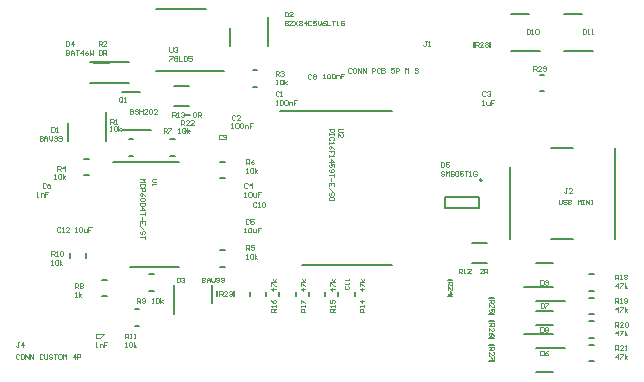
<source format=gto>
%FSLAX44Y44*%
%MOMM*%
G71*
G01*
G75*
G04 Layer_Color=65535*
G04:AMPARAMS|DCode=10|XSize=1.05mm|YSize=0.65mm|CornerRadius=0.2015mm|HoleSize=0mm|Usage=FLASHONLY|Rotation=180.000|XOffset=0mm|YOffset=0mm|HoleType=Round|Shape=RoundedRectangle|*
%AMROUNDEDRECTD10*
21,1,1.0500,0.2470,0,0,180.0*
21,1,0.6470,0.6500,0,0,180.0*
1,1,0.4030,-0.3235,0.1235*
1,1,0.4030,0.3235,0.1235*
1,1,0.4030,0.3235,-0.1235*
1,1,0.4030,-0.3235,-0.1235*
%
%ADD10ROUNDEDRECTD10*%
G04:AMPARAMS|DCode=11|XSize=1.45mm|YSize=0.95mm|CornerRadius=0.1995mm|HoleSize=0mm|Usage=FLASHONLY|Rotation=90.000|XOffset=0mm|YOffset=0mm|HoleType=Round|Shape=RoundedRectangle|*
%AMROUNDEDRECTD11*
21,1,1.4500,0.5510,0,0,90.0*
21,1,1.0510,0.9500,0,0,90.0*
1,1,0.3990,0.2755,0.5255*
1,1,0.3990,0.2755,-0.5255*
1,1,0.3990,-0.2755,-0.5255*
1,1,0.3990,-0.2755,0.5255*
%
%ADD11ROUNDEDRECTD11*%
G04:AMPARAMS|DCode=12|XSize=1.45mm|YSize=1.15mm|CornerRadius=0.2013mm|HoleSize=0mm|Usage=FLASHONLY|Rotation=270.000|XOffset=0mm|YOffset=0mm|HoleType=Round|Shape=RoundedRectangle|*
%AMROUNDEDRECTD12*
21,1,1.4500,0.7475,0,0,270.0*
21,1,1.0475,1.1500,0,0,270.0*
1,1,0.4025,-0.3738,-0.5238*
1,1,0.4025,-0.3738,0.5238*
1,1,0.4025,0.3738,0.5238*
1,1,0.4025,0.3738,-0.5238*
%
%ADD12ROUNDEDRECTD12*%
G04:AMPARAMS|DCode=13|XSize=1.45mm|YSize=0.95mm|CornerRadius=0.1995mm|HoleSize=0mm|Usage=FLASHONLY|Rotation=0.000|XOffset=0mm|YOffset=0mm|HoleType=Round|Shape=RoundedRectangle|*
%AMROUNDEDRECTD13*
21,1,1.4500,0.5510,0,0,0.0*
21,1,1.0510,0.9500,0,0,0.0*
1,1,0.3990,0.5255,-0.2755*
1,1,0.3990,-0.5255,-0.2755*
1,1,0.3990,-0.5255,0.2755*
1,1,0.3990,0.5255,0.2755*
%
%ADD13ROUNDEDRECTD13*%
G04:AMPARAMS|DCode=14|XSize=1.1mm|YSize=0.7mm|CornerRadius=0.2345mm|HoleSize=0mm|Usage=FLASHONLY|Rotation=270.000|XOffset=0mm|YOffset=0mm|HoleType=Round|Shape=RoundedRectangle|*
%AMROUNDEDRECTD14*
21,1,1.1000,0.2310,0,0,270.0*
21,1,0.6310,0.7000,0,0,270.0*
1,1,0.4690,-0.1155,-0.3155*
1,1,0.4690,-0.1155,0.3155*
1,1,0.4690,0.1155,0.3155*
1,1,0.4690,0.1155,-0.3155*
%
%ADD14ROUNDEDRECTD14*%
G04:AMPARAMS|DCode=15|XSize=1.1mm|YSize=0.6mm|CornerRadius=0.201mm|HoleSize=0mm|Usage=FLASHONLY|Rotation=270.000|XOffset=0mm|YOffset=0mm|HoleType=Round|Shape=RoundedRectangle|*
%AMROUNDEDRECTD15*
21,1,1.1000,0.1980,0,0,270.0*
21,1,0.6980,0.6000,0,0,270.0*
1,1,0.4020,-0.0990,-0.3490*
1,1,0.4020,-0.0990,0.3490*
1,1,0.4020,0.0990,0.3490*
1,1,0.4020,0.0990,-0.3490*
%
%ADD15ROUNDEDRECTD15*%
G04:AMPARAMS|DCode=16|XSize=2.3mm|YSize=0.5mm|CornerRadius=0.2mm|HoleSize=0mm|Usage=FLASHONLY|Rotation=180.000|XOffset=0mm|YOffset=0mm|HoleType=Round|Shape=RoundedRectangle|*
%AMROUNDEDRECTD16*
21,1,2.3000,0.1000,0,0,180.0*
21,1,1.9000,0.5000,0,0,180.0*
1,1,0.4000,-0.9500,0.0500*
1,1,0.4000,0.9500,0.0500*
1,1,0.4000,0.9500,-0.0500*
1,1,0.4000,-0.9500,-0.0500*
%
%ADD16ROUNDEDRECTD16*%
G04:AMPARAMS|DCode=17|XSize=2.5mm|YSize=2mm|CornerRadius=0.2mm|HoleSize=0mm|Usage=FLASHONLY|Rotation=180.000|XOffset=0mm|YOffset=0mm|HoleType=Round|Shape=RoundedRectangle|*
%AMROUNDEDRECTD17*
21,1,2.5000,1.6000,0,0,180.0*
21,1,2.1000,2.0000,0,0,180.0*
1,1,0.4000,-1.0500,0.8000*
1,1,0.4000,1.0500,0.8000*
1,1,0.4000,1.0500,-0.8000*
1,1,0.4000,-1.0500,-0.8000*
%
%ADD17ROUNDEDRECTD17*%
G04:AMPARAMS|DCode=18|XSize=1.45mm|YSize=1.15mm|CornerRadius=0.2013mm|HoleSize=0mm|Usage=FLASHONLY|Rotation=0.000|XOffset=0mm|YOffset=0mm|HoleType=Round|Shape=RoundedRectangle|*
%AMROUNDEDRECTD18*
21,1,1.4500,0.7475,0,0,0.0*
21,1,1.0475,1.1500,0,0,0.0*
1,1,0.4025,0.5238,-0.3738*
1,1,0.4025,-0.5238,-0.3738*
1,1,0.4025,-0.5238,0.3738*
1,1,0.4025,0.5238,0.3738*
%
%ADD18ROUNDEDRECTD18*%
G04:AMPARAMS|DCode=19|XSize=1.75mm|YSize=1.05mm|CornerRadius=0.1995mm|HoleSize=0mm|Usage=FLASHONLY|Rotation=270.000|XOffset=0mm|YOffset=0mm|HoleType=Round|Shape=RoundedRectangle|*
%AMROUNDEDRECTD19*
21,1,1.7500,0.6510,0,0,270.0*
21,1,1.3510,1.0500,0,0,270.0*
1,1,0.3990,-0.3255,-0.6755*
1,1,0.3990,-0.3255,0.6755*
1,1,0.3990,0.3255,0.6755*
1,1,0.3990,0.3255,-0.6755*
%
%ADD19ROUNDEDRECTD19*%
G04:AMPARAMS|DCode=20|XSize=1.05mm|YSize=0.65mm|CornerRadius=0.2015mm|HoleSize=0mm|Usage=FLASHONLY|Rotation=90.000|XOffset=0mm|YOffset=0mm|HoleType=Round|Shape=RoundedRectangle|*
%AMROUNDEDRECTD20*
21,1,1.0500,0.2470,0,0,90.0*
21,1,0.6470,0.6500,0,0,90.0*
1,1,0.4030,0.1235,0.3235*
1,1,0.4030,0.1235,-0.3235*
1,1,0.4030,-0.1235,-0.3235*
1,1,0.4030,-0.1235,0.3235*
%
%ADD20ROUNDEDRECTD20*%
%ADD21O,1.5500X0.6000*%
G04:AMPARAMS|DCode=22|XSize=1.25mm|YSize=0.6mm|CornerRadius=0.201mm|HoleSize=0mm|Usage=FLASHONLY|Rotation=180.000|XOffset=0mm|YOffset=0mm|HoleType=Round|Shape=RoundedRectangle|*
%AMROUNDEDRECTD22*
21,1,1.2500,0.1980,0,0,180.0*
21,1,0.8480,0.6000,0,0,180.0*
1,1,0.4020,-0.4240,0.0990*
1,1,0.4020,0.4240,0.0990*
1,1,0.4020,0.4240,-0.0990*
1,1,0.4020,-0.4240,-0.0990*
%
%ADD22ROUNDEDRECTD22*%
G04:AMPARAMS|DCode=23|XSize=1mm|YSize=0.75mm|CornerRadius=0.1988mm|HoleSize=0mm|Usage=FLASHONLY|Rotation=180.000|XOffset=0mm|YOffset=0mm|HoleType=Round|Shape=RoundedRectangle|*
%AMROUNDEDRECTD23*
21,1,1.0000,0.3525,0,0,180.0*
21,1,0.6025,0.7500,0,0,180.0*
1,1,0.3975,-0.3013,0.1762*
1,1,0.3975,0.3013,0.1762*
1,1,0.3975,0.3013,-0.1762*
1,1,0.3975,-0.3013,-0.1762*
%
%ADD23ROUNDEDRECTD23*%
%ADD24O,2.0000X0.6000*%
%ADD25C,0.5000*%
%ADD26C,0.2500*%
%ADD27C,0.4000*%
%ADD28C,0.3000*%
%ADD29C,2.8000*%
%ADD30C,0.5000*%
%ADD31C,1.8500*%
G04:AMPARAMS|DCode=32|XSize=1.85mm|YSize=1.85mm|CornerRadius=0.2035mm|HoleSize=0mm|Usage=FLASHONLY|Rotation=0.000|XOffset=0mm|YOffset=0mm|HoleType=Round|Shape=RoundedRectangle|*
%AMROUNDEDRECTD32*
21,1,1.8500,1.4430,0,0,0.0*
21,1,1.4430,1.8500,0,0,0.0*
1,1,0.4070,0.7215,-0.7215*
1,1,0.4070,-0.7215,-0.7215*
1,1,0.4070,-0.7215,0.7215*
1,1,0.4070,0.7215,0.7215*
%
%ADD32ROUNDEDRECTD32*%
%ADD33C,2.6500*%
%ADD34C,1.3000*%
%ADD35R,1.3000X1.3000*%
%ADD36C,1.0000*%
%ADD37C,0.1500*%
%ADD38C,0.2000*%
%ADD39C,0.1000*%
G36*
X402148Y172648D02*
X402624Y171500D01*
X402148Y170352D01*
X401000Y169876D01*
X399852Y170352D01*
X399376Y171500D01*
X399852Y172648D01*
X401000Y173124D01*
X402148Y172648D01*
D02*
G37*
D37*
X471500Y280500D02*
X496000D01*
X471500Y312500D02*
X486500D01*
X451000Y246500D02*
X455000D01*
X451000Y260500D02*
X455000D01*
X426500Y280500D02*
X451000D01*
X426500Y312500D02*
X441500D01*
X395000Y284500D02*
Y288500D01*
X409000Y284500D02*
Y288500D01*
X493000Y92000D02*
X497000D01*
X493000Y78000D02*
X497000D01*
X493000Y72000D02*
X497000D01*
X493000Y58000D02*
X497000D01*
X493000Y52000D02*
X497000D01*
X493000Y38000D02*
X497000D01*
X493000Y32000D02*
X497000D01*
X493000Y18000D02*
X497000D01*
X426000Y121500D02*
Y182500D01*
X514500Y121500D02*
Y198500D01*
X460500D02*
X479500D01*
X460500Y121500D02*
X479500D01*
X393500Y101500D02*
X406500D01*
X393500Y118500D02*
X406500D01*
X173500Y67500D02*
Y82500D01*
X141500Y58000D02*
Y82500D01*
X108000Y48000D02*
X112000D01*
X108000Y62000D02*
X112000D01*
X80500Y73000D02*
X84500D01*
X80500Y87000D02*
X84500D01*
X126500Y316000D02*
X168500D01*
X126500Y264000D02*
X183500D01*
X90000Y187000D02*
X145500D01*
X104500Y98000D02*
X145500D01*
X120500Y92000D02*
X124500D01*
X120500Y78000D02*
X124500D01*
X103000Y192000D02*
X107000D01*
X103000Y206000D02*
X107000D01*
X97500Y246000D02*
X112500D01*
X97500Y214000D02*
X121500D01*
X180500Y187000D02*
X184500D01*
X180500Y173000D02*
X184500D01*
X180500Y112000D02*
X184500D01*
X180500Y98000D02*
X184500D01*
X219500Y73000D02*
Y77000D01*
X205500Y73000D02*
Y77000D01*
X53000Y105500D02*
Y109500D01*
X67000Y105500D02*
Y109500D01*
X65500Y175500D02*
X69500D01*
X65500Y189500D02*
X69500D01*
X51500Y205000D02*
Y220000D01*
X83500Y205000D02*
Y229500D01*
X73500Y254000D02*
X86500D01*
X73500Y271000D02*
X86500D01*
X70000Y271496D02*
X103500D01*
X70000Y253504D02*
X103500D01*
X138000Y206000D02*
X142000D01*
X138000Y192000D02*
X142000D01*
X141000Y234000D02*
X154000D01*
X141000Y251000D02*
X154000D01*
X221000Y285000D02*
Y309500D01*
X189000Y285000D02*
Y300000D01*
X208000Y250500D02*
X212000D01*
X208000Y264500D02*
X212000D01*
X249500Y100000D02*
X325500D01*
X231000Y230000D02*
X325500D01*
X244500Y73000D02*
Y77000D01*
X230500Y73000D02*
Y77000D01*
X269500Y73000D02*
Y77000D01*
X255500Y73000D02*
Y77000D01*
X294500Y73000D02*
Y77000D01*
X280500Y73000D02*
Y77000D01*
X447500Y49000D02*
X462500D01*
X438000Y81000D02*
X462500D01*
X447500Y9000D02*
X462500D01*
X438000Y41000D02*
X462500D01*
X447500Y101000D02*
X462500D01*
X447500Y69000D02*
X472000D01*
X447500Y61000D02*
X462500D01*
X447500Y29000D02*
X472000D01*
X373000Y87000D02*
X377000D01*
X373000Y73000D02*
X377000D01*
X408000Y72000D02*
X412000D01*
X408000Y58000D02*
X412000D01*
X408000Y52000D02*
X412000D01*
X408000Y38000D02*
X412000D01*
X408000Y32000D02*
X412000D01*
X408000Y18000D02*
X412000D01*
X150500Y227000D02*
X154500D01*
X150500Y213000D02*
X154500D01*
X178000Y73500D02*
Y77500D01*
X192000Y73500D02*
Y77500D01*
D38*
X370500Y156750D02*
X399500D01*
Y148250D02*
Y156750D01*
X370500Y148250D02*
X399500D01*
X370500D02*
Y156750D01*
D39*
X487500Y299499D02*
Y295500D01*
X489499D01*
X490166Y296166D01*
Y298832D01*
X489499Y299499D01*
X487500D01*
X491499Y295500D02*
X492832D01*
X492165D01*
Y299499D01*
X491499Y298832D01*
X494831Y295500D02*
X496164D01*
X495497D01*
Y299499D01*
X494831Y298832D01*
X445604Y264035D02*
Y268033D01*
X447603D01*
X448270Y267367D01*
Y266034D01*
X447603Y265367D01*
X445604D01*
X446937D02*
X448270Y264035D01*
X452268D02*
X449603D01*
X452268Y266700D01*
Y267367D01*
X451602Y268033D01*
X450269D01*
X449603Y267367D01*
X453601Y264701D02*
X454268Y264035D01*
X455601D01*
X456267Y264701D01*
Y267367D01*
X455601Y268033D01*
X454268D01*
X453601Y267367D01*
Y266700D01*
X454268Y266034D01*
X456267D01*
X286395Y81919D02*
X285728Y81252D01*
Y79919D01*
X286395Y79253D01*
X289061D01*
X289727Y79919D01*
Y81252D01*
X289061Y81919D01*
X289727Y83252D02*
Y84585D01*
Y83918D01*
X285728D01*
X286395Y83252D01*
X289727Y86584D02*
Y87917D01*
Y87250D01*
X285728D01*
X286395Y86584D01*
X440000Y298999D02*
Y295000D01*
X441999D01*
X442666Y295666D01*
Y298332D01*
X441999Y298999D01*
X440000D01*
X443999Y295000D02*
X445332D01*
X444665D01*
Y298999D01*
X443999Y298332D01*
X447331D02*
X447997Y298999D01*
X449330D01*
X449997Y298332D01*
Y295666D01*
X449330Y295000D01*
X447997D01*
X447331Y295666D01*
Y298332D01*
X396500Y284500D02*
Y288499D01*
X398499D01*
X399166Y287832D01*
Y286499D01*
X398499Y285833D01*
X396500D01*
X397833D02*
X399166Y284500D01*
X403164D02*
X400499D01*
X403164Y287166D01*
Y287832D01*
X402498Y288499D01*
X401165D01*
X400499Y287832D01*
X404497D02*
X405164Y288499D01*
X406497D01*
X407163Y287832D01*
Y287166D01*
X406497Y286499D01*
X407163Y285833D01*
Y285166D01*
X406497Y284500D01*
X405164D01*
X404497Y285166D01*
Y285833D01*
X405164Y286499D01*
X404497Y287166D01*
Y287832D01*
X405164Y286499D02*
X406497D01*
X179776Y73390D02*
Y77389D01*
X181775D01*
X182442Y76722D01*
Y75389D01*
X181775Y74723D01*
X179776D01*
X181109D02*
X182442Y73390D01*
X186441D02*
X183775D01*
X186441Y76056D01*
Y76722D01*
X185774Y77389D01*
X184441D01*
X183775Y76722D01*
X187773D02*
X188440Y77389D01*
X189773D01*
X190439Y76722D01*
Y76056D01*
X189773Y75389D01*
X189106D01*
X189773D01*
X190439Y74723D01*
Y74056D01*
X189773Y73390D01*
X188440D01*
X187773Y74056D01*
X147268Y217946D02*
Y221945D01*
X149267D01*
X149934Y221278D01*
Y219945D01*
X149267Y219279D01*
X147268D01*
X148601D02*
X149934Y217946D01*
X153933D02*
X151267D01*
X153933Y220612D01*
Y221278D01*
X153266Y221945D01*
X151933D01*
X151267Y221278D01*
X157931Y217946D02*
X155265D01*
X157931Y220612D01*
Y221278D01*
X157265Y221945D01*
X155932D01*
X155265Y221278D01*
X211184Y152242D02*
X210517Y152909D01*
X209184D01*
X208518Y152242D01*
Y149577D01*
X209184Y148910D01*
X210517D01*
X211184Y149577D01*
X212517Y148910D02*
X213850D01*
X213183D01*
Y152909D01*
X212517Y152242D01*
X215849D02*
X216515Y152909D01*
X217848D01*
X218515Y152242D01*
Y149577D01*
X217848Y148910D01*
X216515D01*
X215849Y149577D01*
Y152242D01*
X181712Y209326D02*
X181045Y209993D01*
X179712D01*
X179046Y209326D01*
Y206660D01*
X179712Y205994D01*
X181045D01*
X181712Y206660D01*
X183045D02*
X183711Y205994D01*
X185044D01*
X185711Y206660D01*
Y209326D01*
X185044Y209993D01*
X183711D01*
X183045Y209326D01*
Y208660D01*
X183711Y207993D01*
X185711D01*
X227500Y235000D02*
X228833D01*
X228166D01*
Y238999D01*
X227500Y238332D01*
X230832D02*
X231499Y238999D01*
X232832D01*
X233498Y238332D01*
Y235667D01*
X232832Y235000D01*
X231499D01*
X230832Y235667D01*
Y238332D01*
X234831D02*
X235497Y238999D01*
X236830D01*
X237497Y238332D01*
Y235667D01*
X236830Y235000D01*
X235497D01*
X234831Y235667D01*
Y238332D01*
X238830Y235000D02*
Y237666D01*
X240829D01*
X241495Y236999D01*
Y235000D01*
X245494Y238999D02*
X242828D01*
Y236999D01*
X244161D01*
X242828D01*
Y235000D01*
X230166Y245832D02*
X229499Y246499D01*
X228166D01*
X227500Y245832D01*
Y243166D01*
X228166Y242500D01*
X229499D01*
X230166Y243166D01*
X231499Y242500D02*
X232832D01*
X232165D01*
Y246499D01*
X231499Y245832D01*
X190000Y215500D02*
X191333D01*
X190666D01*
Y219499D01*
X190000Y218832D01*
X193332D02*
X193999Y219499D01*
X195332D01*
X195998Y218832D01*
Y216166D01*
X195332Y215500D01*
X193999D01*
X193332Y216166D01*
Y218832D01*
X197331D02*
X197997Y219499D01*
X199330D01*
X199997Y218832D01*
Y216166D01*
X199330Y215500D01*
X197997D01*
X197331Y216166D01*
Y218832D01*
X201330Y215500D02*
Y218166D01*
X203329D01*
X203995Y217499D01*
Y215500D01*
X207994Y219499D02*
X205328D01*
Y217499D01*
X206661D01*
X205328D01*
Y215500D01*
X192971Y225832D02*
X192305Y226499D01*
X190972D01*
X190306Y225832D01*
Y223167D01*
X190972Y222500D01*
X192305D01*
X192971Y223167D01*
X196970Y222500D02*
X194304D01*
X196970Y225166D01*
Y225832D01*
X196304Y226499D01*
X194971D01*
X194304Y225832D01*
X402500Y235000D02*
X403833D01*
X403166D01*
Y238999D01*
X402500Y238332D01*
X405832Y237666D02*
Y235667D01*
X406499Y235000D01*
X408498D01*
Y237666D01*
X412497Y238999D02*
X409831D01*
Y236999D01*
X411164D01*
X409831D01*
Y235000D01*
X405166Y245832D02*
X404499Y246499D01*
X403166D01*
X402500Y245832D01*
Y243166D01*
X403166Y242500D01*
X404499D01*
X405166Y243166D01*
X406499Y245832D02*
X407165Y246499D01*
X408498D01*
X409165Y245832D01*
Y245166D01*
X408498Y244499D01*
X407832D01*
X408498D01*
X409165Y243833D01*
Y243166D01*
X408498Y242500D01*
X407165D01*
X406499Y243166D01*
X201000Y157500D02*
X202333D01*
X201666D01*
Y161499D01*
X201000Y160832D01*
X204332D02*
X204999Y161499D01*
X206332D01*
X206998Y160832D01*
Y158167D01*
X206332Y157500D01*
X204999D01*
X204332Y158167D01*
Y160832D01*
X208331Y160166D02*
Y158167D01*
X208997Y157500D01*
X210997D01*
Y160166D01*
X214995Y161499D02*
X212330D01*
Y159499D01*
X213662D01*
X212330D01*
Y157500D01*
X203666Y168332D02*
X202999Y168999D01*
X201666D01*
X201000Y168332D01*
Y165666D01*
X201666Y165000D01*
X202999D01*
X203666Y165666D01*
X206998Y165000D02*
Y168999D01*
X204999Y166999D01*
X207665D01*
X200848Y127158D02*
X202181D01*
X201515D01*
Y131157D01*
X200848Y130491D01*
X204180D02*
X204847Y131157D01*
X206180D01*
X206846Y130491D01*
Y127825D01*
X206180Y127158D01*
X204847D01*
X204180Y127825D01*
Y130491D01*
X208179Y129824D02*
Y127825D01*
X208846Y127158D01*
X210845D01*
Y129824D01*
X214844Y131157D02*
X212178D01*
Y129158D01*
X213511D01*
X212178D01*
Y127158D01*
X204662Y137491D02*
X203996Y138157D01*
X202663D01*
X201997Y137491D01*
Y134825D01*
X202663Y134158D01*
X203996D01*
X204662Y134825D01*
X208661Y138157D02*
X205995D01*
Y136158D01*
X207328Y136824D01*
X207995D01*
X208661Y136158D01*
Y134825D01*
X207995Y134158D01*
X206662D01*
X205995Y134825D01*
X25000Y157500D02*
X26333D01*
X25666D01*
Y161499D01*
X25000Y160832D01*
X28332Y157500D02*
Y160166D01*
X30332D01*
X30998Y159499D01*
Y157500D01*
X34997Y161499D02*
X32331D01*
Y159499D01*
X33664D01*
X32331D01*
Y157500D01*
X32666Y168332D02*
X31999Y168999D01*
X30666D01*
X30000Y168332D01*
Y165666D01*
X30666Y165000D01*
X31999D01*
X32666Y165666D01*
X36665Y168999D02*
X35332Y168332D01*
X33999Y166999D01*
Y165666D01*
X34665Y165000D01*
X35998D01*
X36665Y165666D01*
Y166333D01*
X35998Y166999D01*
X33999D01*
X75000Y30000D02*
X76333D01*
X75666D01*
Y33999D01*
X75000Y33332D01*
X78332Y30000D02*
Y32666D01*
X80332D01*
X80998Y31999D01*
Y30000D01*
X84997Y33999D02*
X82331D01*
Y31999D01*
X83664D01*
X82331D01*
Y30000D01*
X77666Y40832D02*
X76999Y41499D01*
X75666D01*
X75000Y40832D01*
Y38166D01*
X75666Y37500D01*
X76999D01*
X77666Y38166D01*
X78999Y41499D02*
X81664D01*
Y40832D01*
X78999Y38166D01*
Y37500D01*
X267500Y257500D02*
X268833D01*
X268166D01*
Y261499D01*
X267500Y260832D01*
X270832D02*
X271499Y261499D01*
X272832D01*
X273498Y260832D01*
Y258167D01*
X272832Y257500D01*
X271499D01*
X270832Y258167D01*
Y260832D01*
X274831D02*
X275497Y261499D01*
X276830D01*
X277497Y260832D01*
Y258167D01*
X276830Y257500D01*
X275497D01*
X274831Y258167D01*
Y260832D01*
X278830Y257500D02*
Y260166D01*
X280829D01*
X281495Y259499D01*
Y257500D01*
X285494Y261499D02*
X282828D01*
Y259499D01*
X284161D01*
X282828D01*
Y257500D01*
X257523Y260655D02*
X256857Y261322D01*
X255524D01*
X254858Y260655D01*
Y257989D01*
X255524Y257323D01*
X256857D01*
X257523Y257989D01*
X258856Y260655D02*
X259523Y261322D01*
X260856D01*
X261522Y260655D01*
Y259989D01*
X260856Y259322D01*
X261522Y258656D01*
Y257989D01*
X260856Y257323D01*
X259523D01*
X258856Y257989D01*
Y258656D01*
X259523Y259322D01*
X258856Y259989D01*
Y260655D01*
X259523Y259322D02*
X260856D01*
X57500Y127500D02*
X58833D01*
X58166D01*
Y131499D01*
X57500Y130832D01*
X60832D02*
X61499Y131499D01*
X62832D01*
X63498Y130832D01*
Y128166D01*
X62832Y127500D01*
X61499D01*
X60832Y128166D01*
Y130832D01*
X64831Y130166D02*
Y128166D01*
X65497Y127500D01*
X67497D01*
Y130166D01*
X71495Y131499D02*
X68830D01*
Y129499D01*
X70163D01*
X68830D01*
Y127500D01*
X45166Y130832D02*
X44499Y131499D01*
X43166D01*
X42500Y130832D01*
Y128166D01*
X43166Y127500D01*
X44499D01*
X45166Y128166D01*
X46499Y127500D02*
X47832D01*
X47165D01*
Y131499D01*
X46499Y130832D01*
X52497Y127500D02*
X49831D01*
X52497Y130166D01*
Y130832D01*
X51830Y131499D01*
X50497D01*
X49831Y130832D01*
X27500Y208999D02*
Y205000D01*
X29499D01*
X30166Y205667D01*
Y206333D01*
X29499Y206999D01*
X27500D01*
X29499D01*
X30166Y207666D01*
Y208332D01*
X29499Y208999D01*
X27500D01*
X31499Y205000D02*
Y207666D01*
X32832Y208999D01*
X34165Y207666D01*
Y205000D01*
Y206999D01*
X31499D01*
X35497Y208999D02*
Y206333D01*
X36830Y205000D01*
X38163Y206333D01*
Y208999D01*
X39496Y205667D02*
X40163Y205000D01*
X41495D01*
X42162Y205667D01*
Y208332D01*
X41495Y208999D01*
X40163D01*
X39496Y208332D01*
Y207666D01*
X40163Y206999D01*
X42162D01*
X43495Y205667D02*
X44161Y205000D01*
X45494D01*
X46161Y205667D01*
Y208332D01*
X45494Y208999D01*
X44161D01*
X43495Y208332D01*
Y207666D01*
X44161Y206999D01*
X46161D01*
X37500Y216499D02*
Y212500D01*
X39499D01*
X40166Y213167D01*
Y215832D01*
X39499Y216499D01*
X37500D01*
X41499Y212500D02*
X42832D01*
X42165D01*
Y216499D01*
X41499Y215832D01*
X235000Y306499D02*
Y302500D01*
X236999D01*
X237666Y303166D01*
Y303833D01*
X236999Y304499D01*
X235000D01*
X236999D01*
X237666Y305166D01*
Y305832D01*
X236999Y306499D01*
X235000D01*
X238999D02*
X241665D01*
Y305832D01*
X238999Y303166D01*
Y302500D01*
X241665D01*
X242997Y306499D02*
X245663Y302500D01*
Y306499D02*
X242997Y302500D01*
X246996Y305832D02*
X247663Y306499D01*
X248995D01*
X249662Y305832D01*
Y305166D01*
X248995Y304499D01*
X249662Y303833D01*
Y303166D01*
X248995Y302500D01*
X247663D01*
X246996Y303166D01*
Y303833D01*
X247663Y304499D01*
X246996Y305166D01*
Y305832D01*
X247663Y304499D02*
X248995D01*
X252994Y302500D02*
Y306499D01*
X250995Y304499D01*
X253661D01*
X257659Y305832D02*
X256993Y306499D01*
X255660D01*
X254993Y305832D01*
Y303166D01*
X255660Y302500D01*
X256993D01*
X257659Y303166D01*
X261658Y306499D02*
X258992D01*
Y304499D01*
X260325Y305166D01*
X260991D01*
X261658Y304499D01*
Y303166D01*
X260991Y302500D01*
X259659D01*
X258992Y303166D01*
X262991Y306499D02*
Y303833D01*
X264324Y302500D01*
X265657Y303833D01*
Y306499D01*
X269655D02*
X268323Y305832D01*
X266990Y304499D01*
Y303166D01*
X267656Y302500D01*
X268989D01*
X269655Y303166D01*
Y303833D01*
X268989Y304499D01*
X266990D01*
X270988Y306499D02*
Y302500D01*
X273654D01*
X274987Y306499D02*
X277653D01*
X276320D01*
Y302500D01*
X278986D02*
X280319D01*
X279652D01*
Y306499D01*
X278986Y305832D01*
X284984D02*
X284317Y306499D01*
X282984D01*
X282318Y305832D01*
Y303166D01*
X282984Y302500D01*
X284317D01*
X284984Y303166D01*
Y304499D01*
X283651D01*
X235000Y313999D02*
Y310000D01*
X236999D01*
X237666Y310667D01*
Y313332D01*
X236999Y313999D01*
X235000D01*
X241665Y310000D02*
X238999D01*
X241665Y312666D01*
Y313332D01*
X240998Y313999D01*
X239665D01*
X238999Y313332D01*
X165000Y88999D02*
Y85000D01*
X166999D01*
X167666Y85667D01*
Y86333D01*
X166999Y86999D01*
X165000D01*
X166999D01*
X167666Y87666D01*
Y88332D01*
X166999Y88999D01*
X165000D01*
X168999Y85000D02*
Y87666D01*
X170332Y88999D01*
X171665Y87666D01*
Y85000D01*
Y86999D01*
X168999D01*
X172997Y88999D02*
Y86333D01*
X174330Y85000D01*
X175663Y86333D01*
Y88999D01*
X176996Y85667D02*
X177663Y85000D01*
X178995D01*
X179662Y85667D01*
Y88332D01*
X178995Y88999D01*
X177663D01*
X176996Y88332D01*
Y87666D01*
X177663Y86999D01*
X179662D01*
X180995Y85667D02*
X181661Y85000D01*
X182994D01*
X183661Y85667D01*
Y88332D01*
X182994Y88999D01*
X181661D01*
X180995Y88332D01*
Y87666D01*
X181661Y86999D01*
X183661D01*
X143500Y88999D02*
Y85000D01*
X145499D01*
X146166Y85667D01*
Y88332D01*
X145499Y88999D01*
X143500D01*
X147499Y88332D02*
X148165Y88999D01*
X149498D01*
X150164Y88332D01*
Y87666D01*
X149498Y86999D01*
X148832D01*
X149498D01*
X150164Y86333D01*
Y85667D01*
X149498Y85000D01*
X148165D01*
X147499Y85667D01*
X50000Y281499D02*
Y277500D01*
X51999D01*
X52666Y278166D01*
Y278833D01*
X51999Y279499D01*
X50000D01*
X51999D01*
X52666Y280166D01*
Y280832D01*
X51999Y281499D01*
X50000D01*
X53999Y277500D02*
Y280166D01*
X55332Y281499D01*
X56665Y280166D01*
Y277500D01*
Y279499D01*
X53999D01*
X57997Y281499D02*
X60663D01*
X59330D01*
Y277500D01*
X63995D02*
Y281499D01*
X61996Y279499D01*
X64662D01*
X68661Y281499D02*
X67328Y280832D01*
X65995Y279499D01*
Y278166D01*
X66661Y277500D01*
X67994D01*
X68661Y278166D01*
Y278833D01*
X67994Y279499D01*
X65995D01*
X69994Y281499D02*
Y277500D01*
X71326Y278833D01*
X72659Y277500D01*
Y281499D01*
X50000Y288999D02*
Y285000D01*
X51999D01*
X52666Y285667D01*
Y288332D01*
X51999Y288999D01*
X50000D01*
X55998Y285000D02*
Y288999D01*
X53999Y286999D01*
X56665D01*
X467000Y154999D02*
Y151666D01*
X467667Y151000D01*
X468999D01*
X469666Y151666D01*
Y154999D01*
X473665Y154332D02*
X472998Y154999D01*
X471665D01*
X470999Y154332D01*
Y153666D01*
X471665Y152999D01*
X472998D01*
X473665Y152333D01*
Y151666D01*
X472998Y151000D01*
X471665D01*
X470999Y151666D01*
X474997Y154999D02*
Y151000D01*
X476997D01*
X477663Y151666D01*
Y152333D01*
X476997Y152999D01*
X474997D01*
X476997D01*
X477663Y153666D01*
Y154332D01*
X476997Y154999D01*
X474997D01*
X482995Y151000D02*
Y154999D01*
X484328Y153666D01*
X485661Y154999D01*
Y151000D01*
X486993Y154999D02*
X488326D01*
X487660D01*
Y151000D01*
X486993D01*
X488326D01*
X490326D02*
Y154999D01*
X492991Y151000D01*
Y154999D01*
X494324D02*
X495657D01*
X494991D01*
Y151000D01*
X494324D01*
X495657D01*
X474166Y164499D02*
X472833D01*
X473499D01*
Y161166D01*
X472833Y160500D01*
X472166D01*
X471500Y161166D01*
X478164Y160500D02*
X475499D01*
X478164Y163166D01*
Y163832D01*
X477498Y164499D01*
X476165D01*
X475499Y163832D01*
X10166Y23332D02*
X9499Y23999D01*
X8166D01*
X7500Y23332D01*
Y20666D01*
X8166Y20000D01*
X9499D01*
X10166Y20666D01*
X13498Y23999D02*
X12165D01*
X11499Y23332D01*
Y20666D01*
X12165Y20000D01*
X13498D01*
X14165Y20666D01*
Y23332D01*
X13498Y23999D01*
X15497Y20000D02*
Y23999D01*
X18163Y20000D01*
Y23999D01*
X19496Y20000D02*
Y23999D01*
X22162Y20000D01*
Y23999D01*
X30159Y23332D02*
X29493Y23999D01*
X28160D01*
X27494Y23332D01*
Y20666D01*
X28160Y20000D01*
X29493D01*
X30159Y20666D01*
X31492Y23999D02*
Y20666D01*
X32159Y20000D01*
X33491D01*
X34158Y20666D01*
Y23999D01*
X38157Y23332D02*
X37490Y23999D01*
X36157D01*
X35491Y23332D01*
Y22666D01*
X36157Y21999D01*
X37490D01*
X38157Y21333D01*
Y20666D01*
X37490Y20000D01*
X36157D01*
X35491Y20666D01*
X39490Y23999D02*
X42155D01*
X40822D01*
Y20000D01*
X45488Y23999D02*
X44155D01*
X43488Y23332D01*
Y20666D01*
X44155Y20000D01*
X45488D01*
X46154Y20666D01*
Y23332D01*
X45488Y23999D01*
X47487Y20000D02*
Y23999D01*
X48820Y22666D01*
X50153Y23999D01*
Y20000D01*
X57484D02*
Y23999D01*
X55484Y21999D01*
X58150D01*
X59483Y20000D02*
Y23999D01*
X61482D01*
X62149Y23332D01*
Y21999D01*
X61482Y21333D01*
X59483D01*
X10166Y33999D02*
X8833D01*
X9499D01*
Y30666D01*
X8833Y30000D01*
X8166D01*
X7500Y30666D01*
X13498Y30000D02*
Y33999D01*
X11499Y31999D01*
X14165D01*
X104076Y231639D02*
Y227641D01*
X106075D01*
X106742Y228307D01*
Y228974D01*
X106075Y229640D01*
X104076D01*
X106075D01*
X106742Y230307D01*
Y230973D01*
X106075Y231639D01*
X104076D01*
X110740Y230973D02*
X110074Y231639D01*
X108741D01*
X108075Y230973D01*
Y230307D01*
X108741Y229640D01*
X110074D01*
X110740Y228974D01*
Y228307D01*
X110074Y227641D01*
X108741D01*
X108075Y228307D01*
X112073Y231639D02*
Y227641D01*
Y229640D01*
X114739D01*
Y231639D01*
Y227641D01*
X118738D02*
X116072D01*
X118738Y230307D01*
Y230973D01*
X118071Y231639D01*
X116738D01*
X116072Y230973D01*
X120071D02*
X120737Y231639D01*
X122070D01*
X122736Y230973D01*
Y228307D01*
X122070Y227641D01*
X120737D01*
X120071Y228307D01*
Y230973D01*
X126735Y227641D02*
X124069D01*
X126735Y230307D01*
Y230973D01*
X126069Y231639D01*
X124736D01*
X124069Y230973D01*
X97666Y238167D02*
Y240832D01*
X96999Y241499D01*
X95666D01*
X95000Y240832D01*
Y238167D01*
X95666Y237500D01*
X96999D01*
X96333Y238833D02*
X97666Y237500D01*
X96999D02*
X97666Y238167D01*
X98999Y237500D02*
X100332D01*
X99665D01*
Y241499D01*
X98999Y240832D01*
X86988Y213034D02*
X88321D01*
X87654D01*
Y217033D01*
X86988Y216367D01*
X90320D02*
X90987Y217033D01*
X92320D01*
X92986Y216367D01*
Y213701D01*
X92320Y213034D01*
X90987D01*
X90320Y213701D01*
Y216367D01*
X94319Y213034D02*
Y217033D01*
Y214367D02*
X96318Y215700D01*
X94319Y214367D02*
X96318Y213034D01*
X87500Y219000D02*
Y222999D01*
X89499D01*
X90166Y222332D01*
Y220999D01*
X89499Y220333D01*
X87500D01*
X88833D02*
X90166Y219000D01*
X91499D02*
X92832D01*
X92165D01*
Y222999D01*
X91499Y222332D01*
X77500Y280832D02*
X78166Y281499D01*
X79499D01*
X80166Y280832D01*
Y278166D01*
X79499Y277500D01*
X78166D01*
X77500Y278166D01*
Y280832D01*
X81499Y277500D02*
Y281499D01*
X83498D01*
X84164Y280832D01*
Y279499D01*
X83498Y278833D01*
X81499D01*
X82832D02*
X84164Y277500D01*
X77500Y285000D02*
Y288999D01*
X79499D01*
X80166Y288332D01*
Y286999D01*
X79499Y286333D01*
X77500D01*
X78833D02*
X80166Y285000D01*
X84164D02*
X81499D01*
X84164Y287666D01*
Y288332D01*
X83498Y288999D01*
X82165D01*
X81499Y288332D01*
X227500Y252500D02*
X228833D01*
X228166D01*
Y256499D01*
X227500Y255832D01*
X230832D02*
X231499Y256499D01*
X232832D01*
X233498Y255832D01*
Y253166D01*
X232832Y252500D01*
X231499D01*
X230832Y253166D01*
Y255832D01*
X234831Y252500D02*
Y256499D01*
Y253833D02*
X236830Y255166D01*
X234831Y253833D02*
X236830Y252500D01*
X227500Y260000D02*
Y263999D01*
X229499D01*
X230166Y263332D01*
Y261999D01*
X229499Y261333D01*
X227500D01*
X228833D02*
X230166Y260000D01*
X231499Y263332D02*
X232165Y263999D01*
X233498D01*
X234165Y263332D01*
Y262666D01*
X233498Y261999D01*
X232832D01*
X233498D01*
X234165Y261333D01*
Y260667D01*
X233498Y260000D01*
X232165D01*
X231499Y260667D01*
X40000Y172500D02*
X41333D01*
X40666D01*
Y176499D01*
X40000Y175832D01*
X43332D02*
X43999Y176499D01*
X45332D01*
X45998Y175832D01*
Y173167D01*
X45332Y172500D01*
X43999D01*
X43332Y173167D01*
Y175832D01*
X47331Y172500D02*
Y176499D01*
Y173833D02*
X49330Y175166D01*
X47331Y173833D02*
X49330Y172500D01*
X42677Y179392D02*
Y183391D01*
X44676D01*
X45343Y182724D01*
Y181392D01*
X44676Y180725D01*
X42677D01*
X44010D02*
X45343Y179392D01*
X48675D02*
Y183391D01*
X46676Y181392D01*
X49342D01*
X202500Y105000D02*
X203833D01*
X203166D01*
Y108999D01*
X202500Y108332D01*
X205832D02*
X206499Y108999D01*
X207832D01*
X208498Y108332D01*
Y105667D01*
X207832Y105000D01*
X206499D01*
X205832Y105667D01*
Y108332D01*
X209831Y105000D02*
Y108999D01*
Y106333D02*
X211830Y107666D01*
X209831Y106333D02*
X211830Y105000D01*
X202500Y112500D02*
Y116499D01*
X204499D01*
X205166Y115832D01*
Y114499D01*
X204499Y113833D01*
X202500D01*
X203833D02*
X205166Y112500D01*
X209165Y116499D02*
X206499D01*
Y114499D01*
X207832Y115166D01*
X208498D01*
X209165Y114499D01*
Y113166D01*
X208498Y112500D01*
X207165D01*
X206499Y113166D01*
X202500Y177500D02*
X203833D01*
X203166D01*
Y181499D01*
X202500Y180832D01*
X205832D02*
X206499Y181499D01*
X207832D01*
X208498Y180832D01*
Y178166D01*
X207832Y177500D01*
X206499D01*
X205832Y178166D01*
Y180832D01*
X209831Y177500D02*
Y181499D01*
Y178833D02*
X211830Y180166D01*
X209831Y178833D02*
X211830Y177500D01*
X202500Y185000D02*
Y188999D01*
X204499D01*
X205166Y188332D01*
Y186999D01*
X204499Y186333D01*
X202500D01*
X203833D02*
X205166Y185000D01*
X209165Y188999D02*
X207832Y188332D01*
X206499Y186999D01*
Y185667D01*
X207165Y185000D01*
X208498D01*
X209165Y185667D01*
Y186333D01*
X208498Y186999D01*
X206499D01*
X145000Y211500D02*
X146333D01*
X145666D01*
Y215499D01*
X145000Y214832D01*
X148332D02*
X148999Y215499D01*
X150332D01*
X150998Y214832D01*
Y212166D01*
X150332Y211500D01*
X148999D01*
X148332Y212166D01*
Y214832D01*
X152331Y211500D02*
Y215499D01*
Y212833D02*
X154330Y214166D01*
X152331Y212833D02*
X154330Y211500D01*
X132500D02*
Y215499D01*
X134499D01*
X135166Y214832D01*
Y213499D01*
X134499Y212833D01*
X132500D01*
X133833D02*
X135166Y211500D01*
X136499Y215499D02*
X139164D01*
Y214832D01*
X136499Y212166D01*
Y211500D01*
X57500Y72500D02*
X58833D01*
X58166D01*
Y76499D01*
X57500Y75832D01*
X60832Y72500D02*
Y76499D01*
Y73833D02*
X62832Y75166D01*
X60832Y73833D02*
X62832Y72500D01*
X57500Y80000D02*
Y83999D01*
X59499D01*
X60166Y83332D01*
Y81999D01*
X59499Y81333D01*
X57500D01*
X58833D02*
X60166Y80000D01*
X61499Y83332D02*
X62165Y83999D01*
X63498D01*
X64165Y83332D01*
Y82666D01*
X63498Y81999D01*
X64165Y81333D01*
Y80667D01*
X63498Y80000D01*
X62165D01*
X61499Y80667D01*
Y81333D01*
X62165Y81999D01*
X61499Y82666D01*
Y83332D01*
X62165Y81999D02*
X63498D01*
X122500Y67500D02*
X123833D01*
X123166D01*
Y71499D01*
X122500Y70832D01*
X125832D02*
X126499Y71499D01*
X127832D01*
X128498Y70832D01*
Y68166D01*
X127832Y67500D01*
X126499D01*
X125832Y68166D01*
Y70832D01*
X129831Y67500D02*
Y71499D01*
Y68833D02*
X131830Y70166D01*
X129831Y68833D02*
X131830Y67500D01*
X110000D02*
Y71499D01*
X111999D01*
X112666Y70832D01*
Y69499D01*
X111999Y68833D01*
X110000D01*
X111333D02*
X112666Y67500D01*
X113999Y68166D02*
X114665Y67500D01*
X115998D01*
X116664Y68166D01*
Y70832D01*
X115998Y71499D01*
X114665D01*
X113999Y70832D01*
Y70166D01*
X114665Y69499D01*
X116664D01*
X100000Y30000D02*
X101333D01*
X100666D01*
Y33999D01*
X100000Y33332D01*
X103332D02*
X103999Y33999D01*
X105332D01*
X105998Y33332D01*
Y30666D01*
X105332Y30000D01*
X103999D01*
X103332Y30666D01*
Y33332D01*
X107331Y30000D02*
Y33999D01*
Y31333D02*
X109330Y32666D01*
X107331Y31333D02*
X109330Y30000D01*
X100000Y37500D02*
Y41499D01*
X101999D01*
X102666Y40832D01*
Y39499D01*
X101999Y38833D01*
X100000D01*
X101333D02*
X102666Y37500D01*
X103999D02*
X105332D01*
X104665D01*
Y41499D01*
X103999Y40832D01*
X107331Y37500D02*
X108664D01*
X107997D01*
Y41499D01*
X107331Y40832D01*
X402666Y92500D02*
X400000D01*
X402666Y95166D01*
Y95832D01*
X401999Y96499D01*
X400666D01*
X400000Y95832D01*
X403999Y92500D02*
Y96499D01*
X405998D01*
X406665Y95832D01*
Y94499D01*
X405998Y93833D01*
X403999D01*
X405332D02*
X406665Y92500D01*
X382500D02*
Y96499D01*
X384499D01*
X385166Y95832D01*
Y94499D01*
X384499Y93833D01*
X382500D01*
X383833D02*
X385166Y92500D01*
X386499D02*
X387832D01*
X387165D01*
Y96499D01*
X386499Y95832D01*
X392497Y92500D02*
X389831D01*
X392497Y95166D01*
Y95832D01*
X391830Y96499D01*
X390497D01*
X389831Y95832D01*
X157500Y228332D02*
X158167Y228999D01*
X159499D01*
X160166Y228332D01*
Y225667D01*
X159499Y225000D01*
X158167D01*
X157500Y225667D01*
Y228332D01*
X161499Y225000D02*
Y228999D01*
X163498D01*
X164165Y228332D01*
Y226999D01*
X163498Y226333D01*
X161499D01*
X162832D02*
X164165Y225000D01*
X140000D02*
Y228999D01*
X141999D01*
X142666Y228332D01*
Y226999D01*
X141999Y226333D01*
X140000D01*
X141333D02*
X142666Y225000D01*
X143999D02*
X145332D01*
X144665D01*
Y228999D01*
X143999Y228332D01*
X147331D02*
X147997Y228999D01*
X149330D01*
X149997Y228332D01*
Y227666D01*
X149330Y226999D01*
X148664D01*
X149330D01*
X149997Y226333D01*
Y225667D01*
X149330Y225000D01*
X147997D01*
X147331Y225667D01*
X302500Y79499D02*
X298501D01*
X300501Y77500D01*
Y80166D01*
X298501Y81499D02*
Y84164D01*
X299168D01*
X301834Y81499D01*
X302500D01*
Y85497D02*
X298501D01*
X301167D02*
X299834Y87497D01*
X301167Y85497D02*
X302500Y87497D01*
Y60000D02*
X298501D01*
Y61999D01*
X299168Y62666D01*
X300501D01*
X301167Y61999D01*
Y60000D01*
Y61333D02*
X302500Y62666D01*
Y63999D02*
Y65332D01*
Y64665D01*
X298501D01*
X299168Y63999D01*
X302500Y69330D02*
X298501D01*
X300501Y67331D01*
Y69997D01*
X277500Y79499D02*
X273501D01*
X275501Y77500D01*
Y80166D01*
X273501Y81499D02*
Y84164D01*
X274168D01*
X276834Y81499D01*
X277500D01*
Y85497D02*
X273501D01*
X276167D02*
X274834Y87497D01*
X276167Y85497D02*
X277500Y87497D01*
Y60000D02*
X273501D01*
Y61999D01*
X274168Y62666D01*
X275501D01*
X276167Y61999D01*
Y60000D01*
Y61333D02*
X277500Y62666D01*
Y63999D02*
Y65332D01*
Y64665D01*
X273501D01*
X274168Y63999D01*
X273501Y69997D02*
Y67331D01*
X275501D01*
X274834Y68664D01*
Y69330D01*
X275501Y69997D01*
X276834D01*
X277500Y69330D01*
Y67997D01*
X276834Y67331D01*
X227500Y79499D02*
X223501D01*
X225501Y77500D01*
Y80166D01*
X223501Y81499D02*
Y84164D01*
X224168D01*
X226834Y81499D01*
X227500D01*
Y85497D02*
X223501D01*
X226167D02*
X224834Y87497D01*
X226167Y85497D02*
X227500Y87497D01*
Y60000D02*
X223501D01*
Y61999D01*
X224168Y62666D01*
X225501D01*
X226167Y61999D01*
Y60000D01*
Y61333D02*
X227500Y62666D01*
Y63999D02*
Y65332D01*
Y64665D01*
X223501D01*
X224168Y63999D01*
X223501Y69997D02*
X224168Y68664D01*
X225501Y67331D01*
X226834D01*
X227500Y67997D01*
Y69330D01*
X226834Y69997D01*
X226167D01*
X225501Y69330D01*
Y67331D01*
X252500Y79499D02*
X248501D01*
X250501Y77500D01*
Y80166D01*
X248501Y81499D02*
Y84164D01*
X249168D01*
X251834Y81499D01*
X252500D01*
Y85497D02*
X248501D01*
X251167D02*
X249834Y87497D01*
X251167Y85497D02*
X252500Y87497D01*
Y60000D02*
X248501D01*
Y61999D01*
X249168Y62666D01*
X250501D01*
X251167Y61999D01*
Y60000D01*
Y61333D02*
X252500Y62666D01*
Y63999D02*
Y65332D01*
Y64665D01*
X248501D01*
X249168Y63999D01*
X248501Y67331D02*
Y69997D01*
X249168D01*
X251834Y67331D01*
X252500D01*
X516999Y80000D02*
Y83999D01*
X515000Y81999D01*
X517666D01*
X518999Y83999D02*
X521665D01*
Y83332D01*
X518999Y80667D01*
Y80000D01*
X522997D02*
Y83999D01*
Y81333D02*
X524997Y82666D01*
X522997Y81333D02*
X524997Y80000D01*
X515000Y87500D02*
Y91499D01*
X516999D01*
X517666Y90832D01*
Y89499D01*
X516999Y88833D01*
X515000D01*
X516333D02*
X517666Y87500D01*
X518999D02*
X520332D01*
X519665D01*
Y91499D01*
X518999Y90832D01*
X522331D02*
X522997Y91499D01*
X524330D01*
X524997Y90832D01*
Y90166D01*
X524330Y89499D01*
X524997Y88833D01*
Y88166D01*
X524330Y87500D01*
X522997D01*
X522331Y88166D01*
Y88833D01*
X522997Y89499D01*
X522331Y90166D01*
Y90832D01*
X522997Y89499D02*
X524330D01*
X516999Y60000D02*
Y63999D01*
X515000Y61999D01*
X517666D01*
X518999Y63999D02*
X521665D01*
Y63332D01*
X518999Y60666D01*
Y60000D01*
X522997D02*
Y63999D01*
Y61333D02*
X524997Y62666D01*
X522997Y61333D02*
X524997Y60000D01*
X515000Y67500D02*
Y71499D01*
X516999D01*
X517666Y70832D01*
Y69499D01*
X516999Y68833D01*
X515000D01*
X516333D02*
X517666Y67500D01*
X518999D02*
X520332D01*
X519665D01*
Y71499D01*
X518999Y70832D01*
X522331Y68166D02*
X522997Y67500D01*
X524330D01*
X524997Y68166D01*
Y70832D01*
X524330Y71499D01*
X522997D01*
X522331Y70832D01*
Y70166D01*
X522997Y69499D01*
X524997D01*
X516999Y40000D02*
Y43999D01*
X515000Y41999D01*
X517666D01*
X518999Y43999D02*
X521665D01*
Y43332D01*
X518999Y40666D01*
Y40000D01*
X522997D02*
Y43999D01*
Y41333D02*
X524997Y42666D01*
X522997Y41333D02*
X524997Y40000D01*
X515000Y47500D02*
Y51499D01*
X516999D01*
X517666Y50832D01*
Y49499D01*
X516999Y48833D01*
X515000D01*
X516333D02*
X517666Y47500D01*
X521665D02*
X518999D01*
X521665Y50166D01*
Y50832D01*
X520998Y51499D01*
X519665D01*
X518999Y50832D01*
X522997D02*
X523664Y51499D01*
X524997D01*
X525663Y50832D01*
Y48166D01*
X524997Y47500D01*
X523664D01*
X522997Y48166D01*
Y50832D01*
X516999Y20000D02*
Y23999D01*
X515000Y21999D01*
X517666D01*
X518999Y23999D02*
X521665D01*
Y23332D01*
X518999Y20666D01*
Y20000D01*
X522997D02*
Y23999D01*
Y21333D02*
X524997Y22666D01*
X522997Y21333D02*
X524997Y20000D01*
X515000Y27500D02*
Y31499D01*
X516999D01*
X517666Y30832D01*
Y29499D01*
X516999Y28833D01*
X515000D01*
X516333D02*
X517666Y27500D01*
X521665D02*
X518999D01*
X521665Y30166D01*
Y30832D01*
X520998Y31499D01*
X519665D01*
X518999Y30832D01*
X522997Y27500D02*
X524330D01*
X523664D01*
Y31499D01*
X522997Y30832D01*
X112500Y172500D02*
X116499D01*
X115166Y171167D01*
X116499Y169834D01*
X112500D01*
X115832Y165835D02*
X116499Y166502D01*
Y167835D01*
X115832Y168501D01*
X113166D01*
X112500Y167835D01*
Y166502D01*
X113166Y165835D01*
X112500Y164503D02*
X116499D01*
Y162503D01*
X115832Y161837D01*
X114499D01*
X113833Y162503D01*
Y164503D01*
X116499Y157838D02*
X115832Y159171D01*
X114499Y160504D01*
X113166D01*
X112500Y159838D01*
Y158505D01*
X113166Y157838D01*
X113833D01*
X114499Y158505D01*
Y160504D01*
X115832Y156505D02*
X116499Y155839D01*
Y154506D01*
X115832Y153839D01*
X113166D01*
X112500Y154506D01*
Y155839D01*
X113166Y156505D01*
X115832D01*
Y152507D02*
X116499Y151840D01*
Y150507D01*
X115832Y149841D01*
X113166D01*
X112500Y150507D01*
Y151840D01*
X113166Y152507D01*
X115832D01*
X112500Y146509D02*
X116499D01*
X114499Y148508D01*
Y145842D01*
X116499Y144509D02*
Y141843D01*
Y143176D01*
X112500D01*
X114499Y140510D02*
Y137845D01*
X116499Y133846D02*
Y136512D01*
X112500D01*
Y133846D01*
X114499Y136512D02*
Y135179D01*
X112500Y132513D02*
X115166Y129847D01*
X115832Y125849D02*
X116499Y126515D01*
Y127848D01*
X115832Y128514D01*
X115166D01*
X114499Y127848D01*
Y126515D01*
X113833Y125849D01*
X113166D01*
X112500Y126515D01*
Y127848D01*
X113166Y128514D01*
X116499Y124516D02*
Y121850D01*
Y123183D01*
X112500D01*
X126499Y172500D02*
X123166D01*
X122500Y171834D01*
Y170501D01*
X123166Y169834D01*
X126499D01*
X122500Y168501D02*
Y167168D01*
Y167835D01*
X126499D01*
X125832Y168501D01*
X272500Y215000D02*
X276499D01*
Y213001D01*
X275832Y212334D01*
X274499D01*
X273833Y213001D01*
Y215000D01*
X276499Y211001D02*
Y209668D01*
Y210335D01*
X272500D01*
Y211001D01*
Y209668D01*
X275832Y205003D02*
X276499Y205670D01*
Y207003D01*
X275832Y207669D01*
X273166D01*
X272500Y207003D01*
Y205670D01*
X273166Y205003D01*
X272500Y203670D02*
Y202337D01*
Y203004D01*
X276499D01*
X275832Y203670D01*
X276499Y197672D02*
X275832Y199005D01*
X274499Y200338D01*
X273166D01*
X272500Y199672D01*
Y198339D01*
X273166Y197672D01*
X273833D01*
X274499Y198339D01*
Y200338D01*
X276499Y193674D02*
Y196339D01*
X274499D01*
Y195007D01*
Y196339D01*
X272500D01*
Y192341D02*
Y191008D01*
Y191674D01*
X276499D01*
X275832Y192341D01*
X272500Y187009D02*
X276499D01*
X274499Y189009D01*
Y186343D01*
X276499Y182344D02*
Y185010D01*
X274499D01*
X275166Y183677D01*
Y183010D01*
X274499Y182344D01*
X273166D01*
X272500Y183010D01*
Y184343D01*
X273166Y185010D01*
Y181011D02*
X272500Y180345D01*
Y179012D01*
X273166Y178345D01*
X275832D01*
X276499Y179012D01*
Y180345D01*
X275832Y181011D01*
X275166D01*
X274499Y180345D01*
Y178345D01*
X276499Y177012D02*
Y174347D01*
Y175679D01*
X272500D01*
X274499Y173014D02*
Y170348D01*
X276499Y166349D02*
Y169015D01*
X272500D01*
Y166349D01*
X274499Y169015D02*
Y167682D01*
X272500Y165016D02*
X275166Y162351D01*
X275832Y158352D02*
X276499Y159018D01*
Y160351D01*
X275832Y161018D01*
X275166D01*
X274499Y160351D01*
Y159018D01*
X273833Y158352D01*
X273166D01*
X272500Y159018D01*
Y160351D01*
X273166Y161018D01*
X276499Y155020D02*
Y156352D01*
X275832Y157019D01*
X273166D01*
X272500Y156352D01*
Y155020D01*
X273166Y154353D01*
X275832D01*
X276499Y155020D01*
X283999Y215000D02*
X280666D01*
X280000Y214334D01*
Y213001D01*
X280666Y212334D01*
X283999D01*
X280000Y208335D02*
Y211001D01*
X282666Y208335D01*
X283332D01*
X283999Y209002D01*
Y210335D01*
X283332Y211001D01*
X37500Y100000D02*
X38833D01*
X38166D01*
Y103999D01*
X37500Y103332D01*
X40832D02*
X41499Y103999D01*
X42832D01*
X43498Y103332D01*
Y100666D01*
X42832Y100000D01*
X41499D01*
X40832Y100666D01*
Y103332D01*
X44831Y100000D02*
Y103999D01*
Y101333D02*
X46830Y102666D01*
X44831Y101333D02*
X46830Y100000D01*
X37500Y107500D02*
Y111499D01*
X39499D01*
X40166Y110832D01*
Y109499D01*
X39499Y108833D01*
X37500D01*
X38833D02*
X40166Y107500D01*
X41499D02*
X42832D01*
X42165D01*
Y111499D01*
X41499Y110832D01*
X44831D02*
X45497Y111499D01*
X46830D01*
X47497Y110832D01*
Y108167D01*
X46830Y107500D01*
X45497D01*
X44831Y108167D01*
Y110832D01*
X370166Y178332D02*
X369499Y178999D01*
X368166D01*
X367500Y178332D01*
Y177666D01*
X368166Y176999D01*
X369499D01*
X370166Y176333D01*
Y175667D01*
X369499Y175000D01*
X368166D01*
X367500Y175667D01*
X371499Y175000D02*
Y178999D01*
X372832Y177666D01*
X374165Y178999D01*
Y175000D01*
X378163Y178332D02*
X377497Y178999D01*
X376164D01*
X375497Y178332D01*
Y177666D01*
X376164Y176999D01*
X377497D01*
X378163Y176333D01*
Y175667D01*
X377497Y175000D01*
X376164D01*
X375497Y175667D01*
X379496Y178332D02*
X380163Y178999D01*
X381496D01*
X382162Y178332D01*
Y175667D01*
X381496Y175000D01*
X380163D01*
X379496Y175667D01*
Y178332D01*
X386161Y178999D02*
X383495D01*
Y176999D01*
X384828Y177666D01*
X385494D01*
X386161Y176999D01*
Y175667D01*
X385494Y175000D01*
X384161D01*
X383495Y175667D01*
X387494Y178999D02*
X390159D01*
X388826D01*
Y175000D01*
X391492D02*
X392825D01*
X392159D01*
Y178999D01*
X391492Y178332D01*
X397490D02*
X396824Y178999D01*
X395491D01*
X394824Y178332D01*
Y175667D01*
X395491Y175000D01*
X396824D01*
X397490Y175667D01*
Y176999D01*
X396157D01*
X367500Y186499D02*
Y182500D01*
X369499D01*
X370166Y183167D01*
Y185832D01*
X369499Y186499D01*
X367500D01*
X374165D02*
X371499D01*
Y184499D01*
X372832Y185166D01*
X373498D01*
X374165Y184499D01*
Y183167D01*
X373498Y182500D01*
X372165D01*
X371499Y183167D01*
X291666Y265832D02*
X290999Y266499D01*
X289667D01*
X289000Y265832D01*
Y263167D01*
X289667Y262500D01*
X290999D01*
X291666Y263167D01*
X294998Y266499D02*
X293665D01*
X292999Y265832D01*
Y263167D01*
X293665Y262500D01*
X294998D01*
X295665Y263167D01*
Y265832D01*
X294998Y266499D01*
X296997Y262500D02*
Y266499D01*
X299663Y262500D01*
Y266499D01*
X300996Y262500D02*
Y266499D01*
X303662Y262500D01*
Y266499D01*
X308993Y262500D02*
Y266499D01*
X310993D01*
X311659Y265832D01*
Y264499D01*
X310993Y263833D01*
X308993D01*
X315658Y265832D02*
X314991Y266499D01*
X313659D01*
X312992Y265832D01*
Y263167D01*
X313659Y262500D01*
X314991D01*
X315658Y263167D01*
X316991Y266499D02*
Y262500D01*
X318990D01*
X319657Y263167D01*
Y263833D01*
X318990Y264499D01*
X316991D01*
X318990D01*
X319657Y265166D01*
Y265832D01*
X318990Y266499D01*
X316991D01*
X327654D02*
X324988D01*
Y264499D01*
X326321Y265166D01*
X326988D01*
X327654Y264499D01*
Y263167D01*
X326988Y262500D01*
X325655D01*
X324988Y263167D01*
X328987Y262500D02*
Y266499D01*
X330986D01*
X331653Y265832D01*
Y264499D01*
X330986Y263833D01*
X328987D01*
X336984Y262500D02*
Y266499D01*
X338317Y265166D01*
X339650Y266499D01*
Y262500D01*
X347648Y265832D02*
X346981Y266499D01*
X345648D01*
X344982Y265832D01*
Y265166D01*
X345648Y264499D01*
X346981D01*
X347648Y263833D01*
Y263167D01*
X346981Y262500D01*
X345648D01*
X344982Y263167D01*
X355166Y288999D02*
X353833D01*
X354499D01*
Y285667D01*
X353833Y285000D01*
X353166D01*
X352500Y285667D01*
X356499Y285000D02*
X357832D01*
X357165D01*
Y288999D01*
X356499Y288332D01*
X137500Y276499D02*
X140166D01*
Y275832D01*
X137500Y273166D01*
Y272500D01*
X141499Y275832D02*
X142165Y276499D01*
X143498D01*
X144164Y275832D01*
Y275166D01*
X143498Y274499D01*
X144164Y273833D01*
Y273166D01*
X143498Y272500D01*
X142165D01*
X141499Y273166D01*
Y273833D01*
X142165Y274499D01*
X141499Y275166D01*
Y275832D01*
X142165Y274499D02*
X143498D01*
X145497Y276499D02*
Y272500D01*
X148163D01*
X149496Y275832D02*
X150163Y276499D01*
X151496D01*
X152162Y275832D01*
Y273166D01*
X151496Y272500D01*
X150163D01*
X149496Y273166D01*
Y275832D01*
X156161Y276499D02*
X153495D01*
Y274499D01*
X154828Y275166D01*
X155494D01*
X156161Y274499D01*
Y273166D01*
X155494Y272500D01*
X154161D01*
X153495Y273166D01*
X137500Y283999D02*
Y280666D01*
X138167Y280000D01*
X139499D01*
X140166Y280666D01*
Y283999D01*
X141499Y283332D02*
X142165Y283999D01*
X143498D01*
X144164Y283332D01*
Y282666D01*
X143498Y281999D01*
X142832D01*
X143498D01*
X144164Y281333D01*
Y280666D01*
X143498Y280000D01*
X142165D01*
X141499Y280666D01*
X451548Y27073D02*
Y23074D01*
X453547D01*
X454214Y23740D01*
Y26406D01*
X453547Y27073D01*
X451548D01*
X458213D02*
X456880Y26406D01*
X455547Y25073D01*
Y23740D01*
X456213Y23074D01*
X457546D01*
X458213Y23740D01*
Y24407D01*
X457546Y25073D01*
X455547D01*
X451734Y67052D02*
Y63053D01*
X453733D01*
X454399Y63720D01*
Y66385D01*
X453733Y67052D01*
X451734D01*
X455732D02*
X458398D01*
Y66385D01*
X455732Y63720D01*
Y63053D01*
X451548Y46965D02*
Y42966D01*
X453547D01*
X454214Y43632D01*
Y46298D01*
X453547Y46965D01*
X451548D01*
X455547Y46298D02*
X456213Y46965D01*
X457546D01*
X458213Y46298D01*
Y45632D01*
X457546Y44965D01*
X458213Y44299D01*
Y43632D01*
X457546Y42966D01*
X456213D01*
X455547Y43632D01*
Y44299D01*
X456213Y44965D01*
X455547Y45632D01*
Y46298D01*
X456213Y44965D02*
X457546D01*
X451548Y87057D02*
Y83058D01*
X453547D01*
X454214Y83724D01*
Y86390D01*
X453547Y87057D01*
X451548D01*
X455547Y83724D02*
X456213Y83058D01*
X457546D01*
X458213Y83724D01*
Y86390D01*
X457546Y87057D01*
X456213D01*
X455547Y86390D01*
Y85724D01*
X456213Y85057D01*
X458213D01*
X373114Y85424D02*
X377113D01*
Y83425D01*
X376446Y82758D01*
X375113D01*
X374447Y83425D01*
Y85424D01*
Y84091D02*
X373114Y82758D01*
Y78759D02*
Y81425D01*
X375780Y78759D01*
X376446D01*
X377113Y79426D01*
Y80759D01*
X376446Y81425D01*
X373114Y75427D02*
X377113D01*
X375113Y77427D01*
Y74761D01*
X408114Y70358D02*
X412113D01*
Y68359D01*
X411446Y67692D01*
X410113D01*
X409447Y68359D01*
Y70358D01*
Y69025D02*
X408114Y67692D01*
Y63693D02*
Y66359D01*
X410780Y63693D01*
X411446D01*
X412113Y64360D01*
Y65693D01*
X411446Y66359D01*
X412113Y59695D02*
Y62361D01*
X410113D01*
X410780Y61028D01*
Y60361D01*
X410113Y59695D01*
X408780D01*
X408114Y60361D01*
Y61694D01*
X408780Y62361D01*
X408114Y50292D02*
X412113D01*
Y48293D01*
X411446Y47626D01*
X410113D01*
X409447Y48293D01*
Y50292D01*
Y48959D02*
X408114Y47626D01*
Y43628D02*
Y46293D01*
X410780Y43628D01*
X411446D01*
X412113Y44294D01*
Y45627D01*
X411446Y46293D01*
X412113Y39629D02*
X411446Y40962D01*
X410113Y42295D01*
X408780D01*
X408114Y41628D01*
Y40295D01*
X408780Y39629D01*
X409447D01*
X410113Y40295D01*
Y42295D01*
X408114Y30226D02*
X412113D01*
Y28227D01*
X411446Y27560D01*
X410113D01*
X409447Y28227D01*
Y30226D01*
Y28893D02*
X408114Y27560D01*
Y23561D02*
Y26227D01*
X410780Y23561D01*
X411446D01*
X412113Y24228D01*
Y25561D01*
X411446Y26227D01*
X412113Y22229D02*
Y19563D01*
X411446D01*
X408780Y22229D01*
X408114D01*
M02*

</source>
